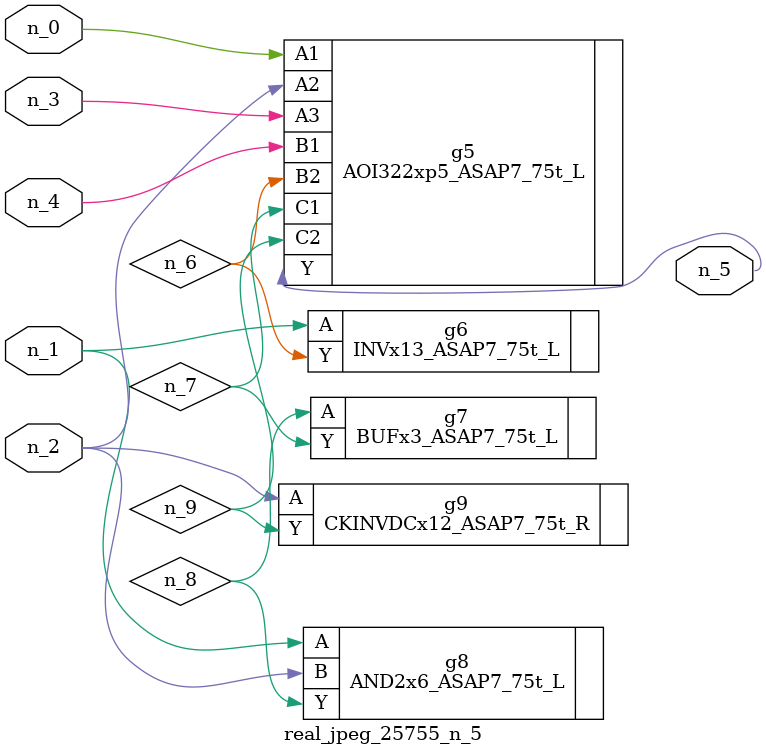
<source format=v>
module real_jpeg_25755_n_5 (n_4, n_0, n_1, n_2, n_3, n_5);

input n_4;
input n_0;
input n_1;
input n_2;
input n_3;

output n_5;

wire n_8;
wire n_6;
wire n_7;
wire n_9;

AOI322xp5_ASAP7_75t_L g5 ( 
.A1(n_0),
.A2(n_2),
.A3(n_3),
.B1(n_4),
.B2(n_6),
.C1(n_7),
.C2(n_9),
.Y(n_5)
);

INVx13_ASAP7_75t_L g6 ( 
.A(n_1),
.Y(n_6)
);

AND2x6_ASAP7_75t_L g8 ( 
.A(n_1),
.B(n_2),
.Y(n_8)
);

CKINVDCx12_ASAP7_75t_R g9 ( 
.A(n_2),
.Y(n_9)
);

BUFx3_ASAP7_75t_L g7 ( 
.A(n_8),
.Y(n_7)
);


endmodule
</source>
